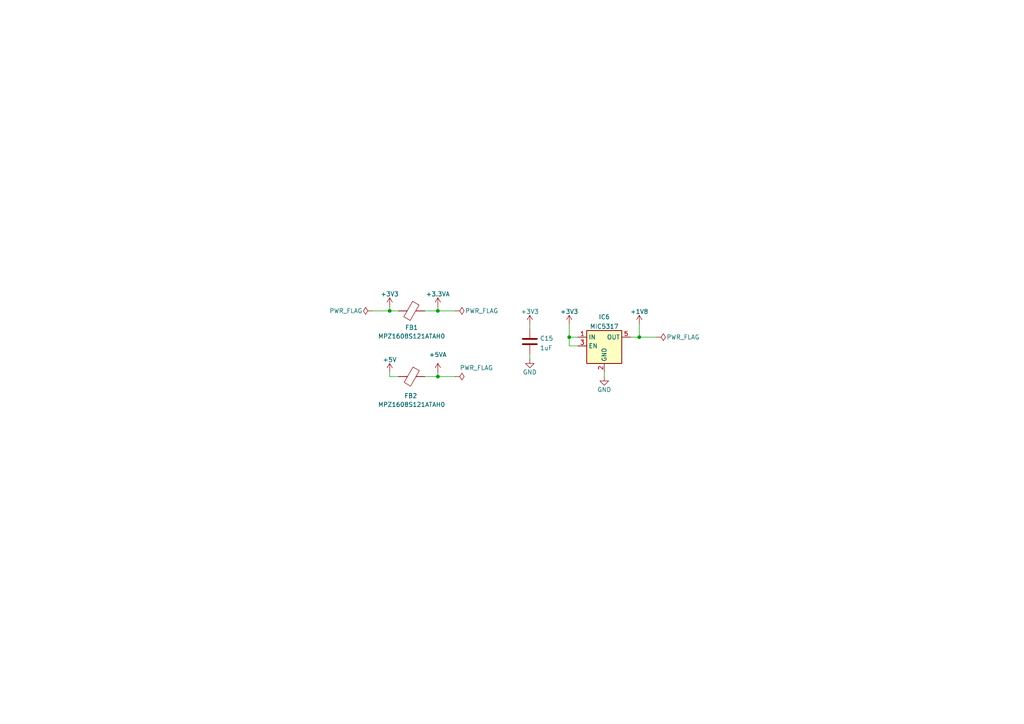
<source format=kicad_sch>
(kicad_sch (version 20250114) (generator "eeschema") (generator_version "9.0")
  (paper "A4")
  (title_block (title "PB2 Bela Mini Proto") (date "2024-11") (rev "rev 1.0"))
  (lib_symbols
    (symbol "Bela:MIC5317"
      (property "Reference" "U" (at 0 0 0))
      (property "Value" "MIC5317" (at 0 0 0))
      (symbol "MIC5317_0_1"
        (rectangle (start -5.08 -1.905) (end 5.08 -11.43) (stroke (width 0.254)) (fill (type background)))
      )
      (symbol "MIC5317_1_1"
        (pin power_in line (at -7.62 -3.81 0) (length 2.54) (name "IN") (number "1"))
        (pin input line (at -7.62 -6.35 0) (length 2.54) (name "EN") (number "3"))
        (pin power_in line (at 0 -13.97 90) (length 2.54) (name "GND") (number "2"))
        (pin power_out line (at 7.62 -3.81 180) (length 2.54) (name "OUT") (number "5"))
      )
    )
    (symbol "Device:C" (pin_numbers (hide yes)) (pin_names (offset 0.254))
      (property "Reference" "C" (at 0.635 2.54 0))
      (property "Value" "C" (at 0.635 -2.54 0))
      (symbol "C_0_1"
        (polyline (pts (xy -2.032 0.762) (xy 2.032 0.762)) (stroke (width 0.508)))
        (polyline (pts (xy -2.032 -0.762) (xy 2.032 -0.762)) (stroke (width 0.508)))
      )
      (symbol "C_1_1"
        (pin passive line (at 0 3.81 270) (length 2.794) (name "~") (number "1"))
        (pin passive line (at 0 -3.81 90) (length 2.794) (name "~") (number "2"))
      )
    )
    (symbol "Device:FerriteBead" (pin_numbers (hide yes)) (pin_names (offset 0))
      (property "Reference" "FB" (at -3.81 0.635 90))
      (property "Value" "FerriteBead" (at 3.81 0 90))
      (symbol "FerriteBead_0_1"
        (polyline (pts (xy -2.7686 0.4064) (xy -1.7018 2.2606) (xy 2.7686 -0.3048) (xy 1.6764 -2.159) (xy -2.7686 0.4064)))
        (polyline (pts (xy 0 1.27) (xy 0 1.2954)))
        (polyline (pts (xy 0 -1.27) (xy 0 -1.2192)))
      )
      (symbol "FerriteBead_1_1"
        (pin passive line (at 0 3.81 270) (length 2.54) (name "~") (number "1"))
        (pin passive line (at 0 -3.81 90) (length 2.54) (name "~") (number "2"))
      )
    )
    (symbol "power:+1V8" (power) (pin_names (offset 0))
      (property "Value" "+1V8" (at 0 3.556 0))
      (symbol "+1V8_0_1"
        (polyline (pts (xy -0.762 1.27) (xy 0 2.54)))
        (polyline (pts (xy 0 2.54) (xy 0.762 1.27)))
        (polyline (pts (xy 0 0) (xy 0 2.54)))
      )
      (symbol "+1V8_1_1"
        (pin power_in line (at 0 0 90) (length 0) (hide yes) (name "+1V8") (number "1"))
      )
    )
    (symbol "power:+3.3VA" (power) (pin_names (offset 0))
      (property "Value" "+3.3VA" (at 0 3.556 0))
      (symbol "+3.3VA_0_1"
        (polyline (pts (xy -0.762 1.27) (xy 0 2.54)))
        (polyline (pts (xy 0 2.54) (xy 0.762 1.27)))
        (polyline (pts (xy 0 0) (xy 0 2.54)))
      )
      (symbol "+3.3VA_1_1"
        (pin power_in line (at 0 0 90) (length 0) (hide yes) (name "+3.3VA") (number "1"))
      )
    )
    (symbol "power:+3V3" (power) (pin_names (offset 0))
      (property "Value" "+3V3" (at 0 3.556 0))
      (symbol "+3V3_0_1"
        (polyline (pts (xy -0.762 1.27) (xy 0 2.54)))
        (polyline (pts (xy 0 2.54) (xy 0.762 1.27)))
        (polyline (pts (xy 0 0) (xy 0 2.54)))
      )
      (symbol "+3V3_1_1"
        (pin power_in line (at 0 0 90) (length 0) (hide yes) (name "+3V3") (number "1"))
      )
    )
    (symbol "power:+5V" (power) (pin_names (offset 0))
      (property "Value" "+5V" (at 0 3.556 0))
      (symbol "+5V_0_1"
        (polyline (pts (xy -0.762 1.27) (xy 0 2.54)))
        (polyline (pts (xy 0 2.54) (xy 0.762 1.27)))
        (polyline (pts (xy 0 0) (xy 0 2.54)))
      )
      (symbol "+5V_1_1"
        (pin power_in line (at 0 0 90) (length 0) (hide yes) (name "+5V") (number "1"))
      )
    )
    (symbol "power:+5VA" (power) (pin_numbers (hide yes)) (pin_names (offset 0) (hide yes))
      (property "Value" "+5VA" (at 0 3.556 0))
      (symbol "+5VA_0_1"
        (polyline (pts (xy -0.762 1.27) (xy 0 2.54)))
        (polyline (pts (xy 0 2.54) (xy 0.762 1.27)))
        (polyline (pts (xy 0 0) (xy 0 2.54)))
      )
      (symbol "+5VA_1_1"
        (pin power_in line (at 0 0 90) (length 0) (name "~") (number "1"))
      )
    )
    (symbol "power:GND" (power) (pin_names (offset 0))
      (property "Value" "GND" (at 0 -3.81 0))
      (symbol "GND_0_1"
        (polyline (pts (xy 0 0) (xy 0 -1.27) (xy 1.27 -1.27) (xy 0 -2.54) (xy -1.27 -1.27) (xy 0 -1.27)))
      )
      (symbol "GND_1_1"
        (pin power_in line (at 0 0 270) (length 0) (hide yes) (name "GND") (number "1"))
      )
    )
    (symbol "power:PWR_FLAG" (power) (pin_numbers (hide yes)) (pin_names (offset 0) (hide yes))
      (property "Value" "PWR_FLAG" (at 0 3.81 0))
      (symbol "PWR_FLAG_0_0"
        (pin power_out line (at 0 0 90) (length 0) (name "pwr") (number "1"))
      )
      (symbol "PWR_FLAG_0_1"
        (polyline (pts (xy 0 0) (xy 0 1.27) (xy -1.016 1.905) (xy 0 2.54) (xy 1.016 1.905) (xy 0 1.27)))
      )
    )
  )
  (junction (at 113.03 90.17))
  (junction (at 127 90.17))
  (junction (at 165.1 97.79))
  (junction (at 185.42 97.79))
  (junction (at 127 109.22))
  (wire (pts (xy 127 88.9) (xy 127 90.17)))
  (wire (pts (xy 165.1 97.79) (xy 167.64 97.79)))
  (wire (pts (xy 113.03 88.9) (xy 113.03 90.17)))
  (wire (pts (xy 190.5 97.79) (xy 185.42 97.79)))
  (wire (pts (xy 153.67 104.14) (xy 153.67 102.87)))
  (wire (pts (xy 182.88 97.79) (xy 185.42 97.79)))
  (wire (pts (xy 185.42 97.79) (xy 185.42 93.98)))
  (wire (pts (xy 165.1 93.98) (xy 165.1 97.79)))
  (wire (pts (xy 113.03 107.95) (xy 113.03 109.22)))
  (wire (pts (xy 115.57 109.22) (xy 113.03 109.22)))
  (wire (pts (xy 153.67 93.98) (xy 153.67 95.25)))
  (wire (pts (xy 165.1 100.33) (xy 167.64 100.33)))
  (wire (pts (xy 107.95 90.17) (xy 113.03 90.17)))
  (wire (pts (xy 175.26 109.22) (xy 175.26 107.95)))
  (wire (pts (xy 132.08 109.22) (xy 127 109.22)))
  (wire (pts (xy 127 109.22) (xy 123.19 109.22)))
  (wire (pts (xy 113.03 90.17) (xy 115.57 90.17)))
  (wire (pts (xy 127 107.95) (xy 127 109.22)))
  (wire (pts (xy 132.08 90.17) (xy 127 90.17)))
  (wire (pts (xy 165.1 97.79) (xy 165.1 100.33)))
  (wire (pts (xy 123.19 90.17) (xy 127 90.17)))
  (symbol (lib_id "Device:FerriteBead") (at 119.38 109.22 270) (unit 1)
    (property "Reference" "FB2" (at 119.126 114.808 90))
    (property "Value" "MPZ1608S121ATAH0" (at 119.38 117.348 90))
    (property "Footprint" "Inductor_SMD:L_0603_1608Metric" (effects (hide yes)))
  )
  (symbol (lib_id "power:+5V") (at 113.03 107.95 0) (mirror y) (unit 1)
    (property "Reference" "#PWR065" (effects (hide yes)))
    (property "Value" "+5V" (at 113.03 104.3455 0))
  )
  (symbol (lib_id "power:PWR_FLAG") (at 132.08 90.17 270) (unit 1)
    (property "Reference" "#FLG06" (effects (hide yes)))
    (property "Value" "PWR_FLAG" (at 144.526 90.17 90) (effects (justify right)))
  )
  (symbol (lib_id "power:PWR_FLAG") (at 132.08 109.22 270) (mirror x) (unit 1)
    (property "Reference" "#FLG07" (effects (hide yes)))
    (property "Value" "PWR_FLAG" (at 133.35 106.68 90) (effects (justify left)))
  )
  (symbol (lib_id "power:+1V8") (at 185.42 93.98 0) (unit 1)
    (property "Reference" "#PWR063" (effects (hide yes)))
    (property "Value" "+1V8" (at 185.42 90.3755 0))
  )
  (symbol (lib_id "power:PWR_FLAG") (at 107.95 90.17 90) (unit 1)
    (property "Reference" "#FLG08" (effects (hide yes)))
    (property "Value" "PWR_FLAG" (at 95.504 90.17 90) (effects (justify right)))
  )
  (symbol (lib_id "power:+3V3") (at 113.03 88.9 0) (unit 1)
    (property "Reference" "#PWR059" (effects (hide yes)))
    (property "Value" "+3V3" (at 113.03 85.2955 0))
  )
  (symbol (lib_id "Bela:MIC5317") (at 175.26 93.98 0) (unit 1)
    (property "Reference" "IC6" (at 175.26 91.9185 0))
    (property "Value" "MIC5317" (at 175.26 94.6936 0))
    (property "Footprint" "Package_TO_SOT_SMD:SOT-23-5" (effects (hide yes)))
  )
  (symbol (lib_id "power:+3V3") (at 165.1 93.98 0) (unit 1)
    (property "Reference" "#PWR062" (effects (hide yes)))
    (property "Value" "+3V3" (at 165.1 90.3755 0))
  )
  (symbol (lib_id "power:PWR_FLAG") (at 190.5 97.79 270) (unit 1)
    (property "Reference" "#FLG09" (effects (hide yes)))
    (property "Value" "PWR_FLAG" (at 202.946 97.79 90) (effects (justify right)))
  )
  (symbol (lib_id "Device:FerriteBead") (at 119.38 90.17 90) (unit 1)
    (property "Reference" "FB1" (at 119.38 94.996 90))
    (property "Value" "MPZ1608S121ATAH0" (at 119.38 97.536 90))
    (property "Footprint" "Inductor_SMD:L_0603_1608Metric" (effects (hide yes)))
  )
  (symbol (lib_id "Device:C") (at 153.67 99.06 0) (unit 1)
    (property "Reference" "C15" (at 156.591 98.1515 0) (effects (justify left)))
    (property "Value" "1uF" (at 156.591 100.9266 0) (effects (justify left)))
    (property "Footprint" "Capacitor_SMD:C_0402_1005Metric" (effects (hide yes)))
  )
  (symbol (lib_id "power:+3V3") (at 153.67 93.98 0) (unit 1)
    (property "Reference" "#PWR061" (effects (hide yes)))
    (property "Value" "+3V3" (at 153.67 90.3755 0))
  )
  (symbol (lib_id "power:GND") (at 175.26 109.22 0) (unit 1)
    (property "Reference" "#PWR067" (effects (hide yes)))
    (property "Value" "GND" (at 175.26 113.03 0))
  )
  (symbol (lib_id "power:+3.3VA") (at 127 88.9 0) (unit 1)
    (property "Reference" "#PWR060" (effects (hide yes)))
    (property "Value" "+3.3VA" (at 127 85.2955 0))
  )
  (symbol (lib_id "power:GND") (at 153.67 104.14 0) (unit 1)
    (property "Reference" "#PWR064" (effects (hide yes)))
    (property "Value" "GND" (at 153.67 107.95 0))
  )
  (symbol (lib_id "power:+5VA") (at 127 107.95 0) (mirror y) (unit 1)
    (property "Reference" "#PWR066" (effects (hide yes)))
    (property "Value" "+5VA" (at 127 102.87 0))
    (property "Description" "Power symbol creates a global label with name \"+5VA\"" (effects (hide yes)))
  )
)
</source>
